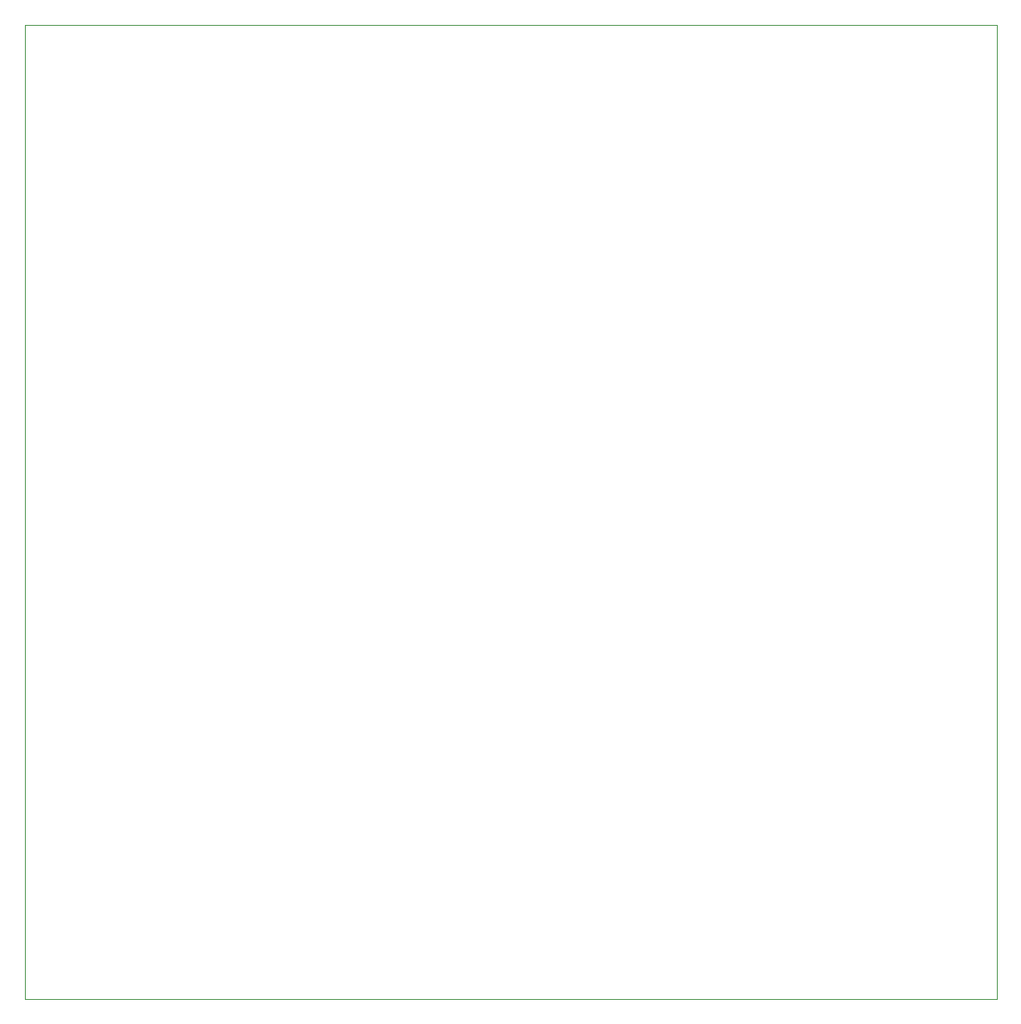
<source format=gbr>
G04 #@! TF.GenerationSoftware,KiCad,Pcbnew,9.0.0*
G04 #@! TF.CreationDate,2025-04-14T13:30:53-05:00*
G04 #@! TF.ProjectId,PlanB,506c616e-422e-46b6-9963-61645f706362,rev?*
G04 #@! TF.SameCoordinates,Original*
G04 #@! TF.FileFunction,Profile,NP*
%FSLAX46Y46*%
G04 Gerber Fmt 4.6, Leading zero omitted, Abs format (unit mm)*
G04 Created by KiCad (PCBNEW 9.0.0) date 2025-04-14 13:30:53*
%MOMM*%
%LPD*%
G01*
G04 APERTURE LIST*
G04 #@! TA.AperFunction,Profile*
%ADD10C,0.050000*%
G04 #@! TD*
G04 APERTURE END LIST*
D10*
X76174600Y-53771800D02*
X175183800Y-53771800D01*
X175183800Y-152984200D01*
X76174600Y-152984200D01*
X76174600Y-53771800D01*
M02*

</source>
